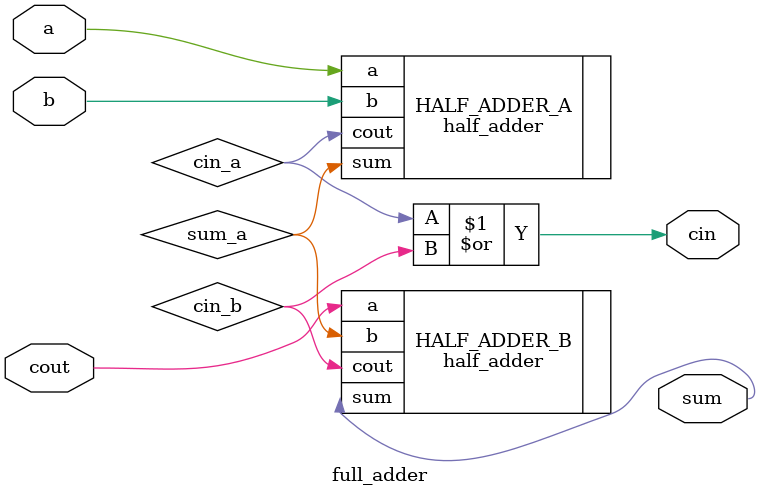
<source format=v>
`include "half.v"

module full_adder(
                  input a,
                  input b,
                  input cout,    //来自上一级的进位
                  output sum,
                  output cin
                  );

wire sum_a;
wire cin_a;
wire cin_b;
half_adder HALF_ADDER_A(
           .a(a),
           .b(b),
           .sum(sum_a),
           .cout(cin_a)
             );

half_adder HALF_ADDER_B(
           .a(cout),
           .b(sum_a),
           .sum(sum),
           .cout(cin_b)
             );
assign cin=cin_a|cin_b;
endmodule

</source>
